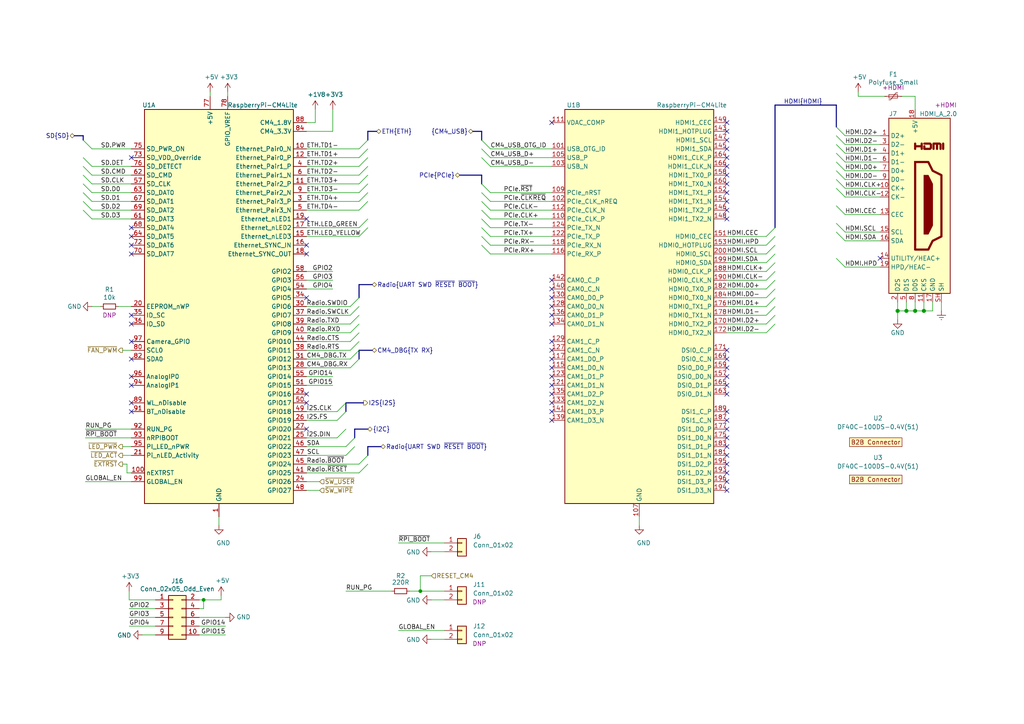
<source format=kicad_sch>
(kicad_sch (version 20210406) (generator eeschema)
  (paper "A4")
  (title_block (title "Compute Module 4") (date "2021-01-12") (rev "0.1") (company "Nabu Casa") (comment 1 "www.nabucasa.com") (comment 2 "Light Blue"))
  (bus_alias "PCIe" (members "~RST" "~CLKREQ" "CLK+" "CLK-" "TX+" "TX-" "RX+" "RX-"))
  (bus_alias "SD" (members "D[0..3]" "CMD" "CLK" "PWR" "DET"))
  (bus_alias "UART" (members "TXD" "RXD" "CTS" "RTS"))
  (bus_alias "HDMI" (members "D0+" "D0-" "D1+" "D1-" "D2+" "D2-" "CLK+" "CLK-" "CEC" "HPD" "SDA" "SCL"))
  (junction (at 59.055 173.99) (diameter 0.9144))
  (junction (at 121.92 171.45) (diameter 0.9144))
  (junction (at 260.35 90.17) (diameter 1.016))
  (junction (at 262.89 90.17) (diameter 1.016))
  (junction (at 265.43 90.17) (diameter 1.016))
  (junction (at 267.97 90.17) (diameter 1.016))
  (no_connect (at 38.1 45.72))
  (no_connect (at 38.1 66.04))
  (no_connect (at 38.1 68.58))
  (no_connect (at 38.1 71.12))
  (no_connect (at 38.1 73.66))
  (no_connect (at 38.1 91.44))
  (no_connect (at 38.1 93.98))
  (no_connect (at 38.1 99.06))
  (no_connect (at 38.1 104.14))
  (no_connect (at 38.1 109.22))
  (no_connect (at 38.1 111.76))
  (no_connect (at 38.1 116.84))
  (no_connect (at 38.1 119.38))
  (no_connect (at 88.9 63.5))
  (no_connect (at 88.9 71.12))
  (no_connect (at 88.9 73.66))
  (no_connect (at 88.9 86.36))
  (no_connect (at 88.9 114.3))
  (no_connect (at 88.9 116.84))
  (no_connect (at 88.9 124.46))
  (no_connect (at 160.02 35.56))
  (no_connect (at 160.02 81.28))
  (no_connect (at 160.02 83.82))
  (no_connect (at 160.02 86.36))
  (no_connect (at 160.02 88.9))
  (no_connect (at 160.02 91.44))
  (no_connect (at 160.02 93.98))
  (no_connect (at 160.02 99.06))
  (no_connect (at 160.02 101.6))
  (no_connect (at 160.02 104.14))
  (no_connect (at 160.02 106.68))
  (no_connect (at 160.02 109.22))
  (no_connect (at 160.02 111.76))
  (no_connect (at 160.02 114.3))
  (no_connect (at 160.02 116.84))
  (no_connect (at 160.02 119.38))
  (no_connect (at 160.02 121.92))
  (no_connect (at 210.82 35.56))
  (no_connect (at 210.82 38.1))
  (no_connect (at 210.82 40.64))
  (no_connect (at 210.82 43.18))
  (no_connect (at 210.82 45.72))
  (no_connect (at 210.82 48.26))
  (no_connect (at 210.82 50.8))
  (no_connect (at 210.82 53.34))
  (no_connect (at 210.82 55.88))
  (no_connect (at 210.82 58.42))
  (no_connect (at 210.82 60.96))
  (no_connect (at 210.82 63.5))
  (no_connect (at 210.82 101.6))
  (no_connect (at 210.82 104.14))
  (no_connect (at 210.82 106.68))
  (no_connect (at 210.82 109.22))
  (no_connect (at 210.82 111.76))
  (no_connect (at 210.82 114.3))
  (no_connect (at 210.82 119.38))
  (no_connect (at 210.82 121.92))
  (no_connect (at 210.82 124.46))
  (no_connect (at 210.82 127))
  (no_connect (at 210.82 129.54))
  (no_connect (at 210.82 132.08))
  (no_connect (at 210.82 134.62))
  (no_connect (at 210.82 137.16))
  (no_connect (at 210.82 139.7))
  (no_connect (at 210.82 142.24))
  (no_connect (at 255.27 74.93))
  (bus_entry (at 24.13 40.64) (size 2.54 2.54) (stroke (width 0.1524)))
  (bus_entry (at 24.13 45.72) (size 2.54 2.54) (stroke (width 0.1524)))
  (bus_entry (at 24.13 48.26) (size 2.54 2.54) (stroke (width 0.1524)))
  (bus_entry (at 24.13 50.8) (size 2.54 2.54) (stroke (width 0.1524)))
  (bus_entry (at 24.13 53.34) (size 2.54 2.54) (stroke (width 0.1524)))
  (bus_entry (at 24.13 55.88) (size 2.54 2.54) (stroke (width 0.1524)))
  (bus_entry (at 24.13 58.42) (size 2.54 2.54) (stroke (width 0.1524)))
  (bus_entry (at 24.13 60.96) (size 2.54 2.54) (stroke (width 0.1524)))
  (bus_entry (at 100.33 116.84) (size -2.54 2.54) (stroke (width 0.1524)))
  (bus_entry (at 100.33 119.38) (size -2.54 2.54) (stroke (width 0.1524)))
  (bus_entry (at 100.33 124.46) (size -2.54 2.54) (stroke (width 0.1524)))
  (bus_entry (at 102.87 127) (size -2.54 2.54) (stroke (width 0.1524)))
  (bus_entry (at 102.87 129.54) (size -2.54 2.54) (stroke (width 0.1524)))
  (bus_entry (at 104.14 43.18) (size 2.54 -2.54) (stroke (width 0.1524)))
  (bus_entry (at 104.14 45.72) (size 2.54 -2.54) (stroke (width 0.1524)))
  (bus_entry (at 104.14 48.26) (size 2.54 -2.54) (stroke (width 0.1524)))
  (bus_entry (at 104.14 50.8) (size 2.54 -2.54) (stroke (width 0.1524)))
  (bus_entry (at 104.14 53.34) (size 2.54 -2.54) (stroke (width 0.1524)))
  (bus_entry (at 104.14 55.88) (size 2.54 -2.54) (stroke (width 0.1524)))
  (bus_entry (at 104.14 58.42) (size 2.54 -2.54) (stroke (width 0.1524)))
  (bus_entry (at 104.14 60.96) (size 2.54 -2.54) (stroke (width 0.1524)))
  (bus_entry (at 104.14 66.04) (size 2.54 -2.54) (stroke (width 0.1524)))
  (bus_entry (at 104.14 68.58) (size 2.54 -2.54) (stroke (width 0.1524)))
  (bus_entry (at 104.14 86.36) (size -2.54 2.54) (stroke (width 0.1524)))
  (bus_entry (at 104.14 88.9) (size -2.54 2.54) (stroke (width 0.1524)))
  (bus_entry (at 104.14 91.44) (size -2.54 2.54) (stroke (width 0.1524)))
  (bus_entry (at 104.14 93.98) (size -2.54 2.54) (stroke (width 0.1524)))
  (bus_entry (at 104.14 96.52) (size -2.54 2.54) (stroke (width 0.1524)))
  (bus_entry (at 104.14 99.06) (size -2.54 2.54) (stroke (width 0.1524)))
  (bus_entry (at 104.14 101.6) (size -2.54 2.54) (stroke (width 0.1524)))
  (bus_entry (at 104.14 104.14) (size -2.54 2.54) (stroke (width 0.1524)))
  (bus_entry (at 106.68 132.08) (size -2.54 2.54) (stroke (width 0.1524)))
  (bus_entry (at 106.68 134.62) (size -2.54 2.54) (stroke (width 0.1524)))
  (bus_entry (at 139.7 40.64) (size 2.54 2.54) (stroke (width 0.1524)))
  (bus_entry (at 139.7 43.18) (size 2.54 2.54) (stroke (width 0.1524)))
  (bus_entry (at 139.7 45.72) (size 2.54 2.54) (stroke (width 0.1524)))
  (bus_entry (at 139.7 53.34) (size 2.54 2.54) (stroke (width 0.1524)))
  (bus_entry (at 139.7 55.88) (size 2.54 2.54) (stroke (width 0.1524)))
  (bus_entry (at 139.7 58.42) (size 2.54 2.54) (stroke (width 0.1524)))
  (bus_entry (at 139.7 60.96) (size 2.54 2.54) (stroke (width 0.1524)))
  (bus_entry (at 139.7 63.5) (size 2.54 2.54) (stroke (width 0.1524)))
  (bus_entry (at 139.7 66.04) (size 2.54 2.54) (stroke (width 0.1524)))
  (bus_entry (at 139.7 68.58) (size 2.54 2.54) (stroke (width 0.1524)))
  (bus_entry (at 139.7 71.12) (size 2.54 2.54) (stroke (width 0.1524)))
  (bus_entry (at 224.79 66.04) (size -2.54 2.54) (stroke (width 0.1524)))
  (bus_entry (at 224.79 68.58) (size -2.54 2.54) (stroke (width 0.1524)))
  (bus_entry (at 224.79 71.12) (size -2.54 2.54) (stroke (width 0.1524)))
  (bus_entry (at 224.79 73.66) (size -2.54 2.54) (stroke (width 0.1524)))
  (bus_entry (at 224.79 76.2) (size -2.54 2.54) (stroke (width 0.1524)))
  (bus_entry (at 224.79 78.74) (size -2.54 2.54) (stroke (width 0.1524)))
  (bus_entry (at 224.79 81.28) (size -2.54 2.54) (stroke (width 0.1524)))
  (bus_entry (at 224.79 83.82) (size -2.54 2.54) (stroke (width 0.1524)))
  (bus_entry (at 224.79 86.36) (size -2.54 2.54) (stroke (width 0.1524)))
  (bus_entry (at 224.79 88.9) (size -2.54 2.54) (stroke (width 0.1524)))
  (bus_entry (at 224.79 91.44) (size -2.54 2.54) (stroke (width 0.1524)))
  (bus_entry (at 224.79 93.98) (size -2.54 2.54) (stroke (width 0.1524)))
  (bus_entry (at 242.57 36.83) (size 2.54 2.54) (stroke (width 0.1524)))
  (bus_entry (at 242.57 39.37) (size 2.54 2.54) (stroke (width 0.1524)))
  (bus_entry (at 242.57 41.91) (size 2.54 2.54) (stroke (width 0.1524)))
  (bus_entry (at 242.57 44.45) (size 2.54 2.54) (stroke (width 0.1524)))
  (bus_entry (at 242.57 46.99) (size 2.54 2.54) (stroke (width 0.1524)))
  (bus_entry (at 242.57 49.53) (size 2.54 2.54) (stroke (width 0.1524)))
  (bus_entry (at 242.57 52.07) (size 2.54 2.54) (stroke (width 0.1524)))
  (bus_entry (at 242.57 54.61) (size 2.54 2.54) (stroke (width 0.1524)))
  (bus_entry (at 242.57 59.69) (size 2.54 2.54) (stroke (width 0.1524)))
  (bus_entry (at 242.57 64.77) (size 2.54 2.54) (stroke (width 0.1524)))
  (bus_entry (at 242.57 67.31) (size 2.54 2.54) (stroke (width 0.1524)))
  (bus_entry (at 242.57 74.93) (size 2.54 2.54) (stroke (width 0.1524)))
  (wire (pts (xy 24.765 124.46) (xy 38.1 124.46)))
  (wire (pts (xy 24.765 127) (xy 38.1 127)))
  (wire (pts (xy 24.765 139.7) (xy 38.1 139.7)))
  (wire (pts (xy 26.67 43.18) (xy 38.1 43.18)))
  (wire (pts (xy 26.67 48.26) (xy 38.1 48.26)))
  (wire (pts (xy 26.67 50.8) (xy 38.1 50.8)))
  (wire (pts (xy 26.67 53.34) (xy 38.1 53.34)))
  (wire (pts (xy 26.67 55.88) (xy 38.1 55.88)))
  (wire (pts (xy 26.67 58.42) (xy 38.1 58.42)))
  (wire (pts (xy 26.67 60.96) (xy 38.1 60.96)))
  (wire (pts (xy 26.67 63.5) (xy 38.1 63.5)))
  (wire (pts (xy 26.67 88.9) (xy 29.21 88.9)))
  (wire (pts (xy 34.29 88.9) (xy 38.1 88.9)))
  (wire (pts (xy 35.56 101.6) (xy 38.1 101.6)))
  (wire (pts (xy 35.56 129.54) (xy 38.1 129.54)))
  (wire (pts (xy 35.56 132.08) (xy 38.1 132.08)))
  (wire (pts (xy 36.83 134.62) (xy 35.56 134.62)))
  (wire (pts (xy 36.83 137.16) (xy 36.83 134.62)))
  (wire (pts (xy 37.465 173.99) (xy 37.465 171.45)))
  (wire (pts (xy 37.465 176.53) (xy 45.085 176.53)))
  (wire (pts (xy 37.465 179.07) (xy 45.085 179.07)))
  (wire (pts (xy 37.465 181.61) (xy 45.085 181.61)))
  (wire (pts (xy 38.1 137.16) (xy 36.83 137.16)))
  (wire (pts (xy 41.275 184.15) (xy 45.085 184.15)))
  (wire (pts (xy 45.085 173.99) (xy 37.465 173.99)))
  (wire (pts (xy 57.785 173.99) (xy 59.055 173.99)))
  (wire (pts (xy 57.785 176.53) (xy 59.055 176.53)))
  (wire (pts (xy 57.785 179.07) (xy 65.405 179.07)))
  (wire (pts (xy 57.785 181.61) (xy 65.405 181.61)))
  (wire (pts (xy 57.785 184.15) (xy 65.405 184.15)))
  (wire (pts (xy 59.055 173.99) (xy 64.135 173.99)))
  (wire (pts (xy 59.055 176.53) (xy 59.055 173.99)))
  (wire (pts (xy 60.96 26.67) (xy 60.96 27.94)))
  (wire (pts (xy 63.5 149.86) (xy 63.5 152.4)))
  (wire (pts (xy 64.135 173.99) (xy 64.135 172.72)))
  (wire (pts (xy 66.04 26.67) (xy 66.04 27.94)))
  (wire (pts (xy 88.9 35.56) (xy 91.44 35.56)))
  (wire (pts (xy 88.9 38.1) (xy 96.52 38.1)))
  (wire (pts (xy 88.9 43.18) (xy 104.14 43.18)))
  (wire (pts (xy 88.9 45.72) (xy 104.14 45.72)))
  (wire (pts (xy 88.9 48.26) (xy 104.14 48.26)))
  (wire (pts (xy 88.9 50.8) (xy 104.14 50.8)))
  (wire (pts (xy 88.9 53.34) (xy 104.14 53.34)))
  (wire (pts (xy 88.9 55.88) (xy 104.14 55.88)))
  (wire (pts (xy 88.9 58.42) (xy 104.14 58.42)))
  (wire (pts (xy 88.9 60.96) (xy 104.14 60.96)))
  (wire (pts (xy 88.9 66.04) (xy 104.14 66.04)))
  (wire (pts (xy 88.9 68.58) (xy 104.14 68.58)))
  (wire (pts (xy 88.9 88.9) (xy 101.6 88.9)))
  (wire (pts (xy 88.9 91.44) (xy 101.6 91.44)))
  (wire (pts (xy 88.9 93.98) (xy 101.6 93.98)))
  (wire (pts (xy 88.9 96.52) (xy 101.6 96.52)))
  (wire (pts (xy 88.9 99.06) (xy 101.6 99.06)))
  (wire (pts (xy 88.9 101.6) (xy 101.6 101.6)))
  (wire (pts (xy 88.9 104.14) (xy 101.6 104.14)))
  (wire (pts (xy 88.9 106.68) (xy 101.6 106.68)))
  (wire (pts (xy 88.9 109.22) (xy 96.52 109.22)))
  (wire (pts (xy 88.9 111.76) (xy 96.52 111.76)))
  (wire (pts (xy 88.9 119.38) (xy 97.79 119.38)))
  (wire (pts (xy 88.9 121.92) (xy 97.79 121.92)))
  (wire (pts (xy 88.9 127) (xy 97.79 127)))
  (wire (pts (xy 88.9 129.54) (xy 100.33 129.54)))
  (wire (pts (xy 88.9 132.08) (xy 100.33 132.08)))
  (wire (pts (xy 88.9 134.62) (xy 104.14 134.62)))
  (wire (pts (xy 88.9 137.16) (xy 104.14 137.16)))
  (wire (pts (xy 88.9 139.7) (xy 92.71 139.7)))
  (wire (pts (xy 88.9 142.24) (xy 92.71 142.24)))
  (wire (pts (xy 91.44 35.56) (xy 91.44 31.75)))
  (wire (pts (xy 96.52 38.1) (xy 96.52 31.75)))
  (wire (pts (xy 96.52 78.74) (xy 88.9 78.74)))
  (wire (pts (xy 96.52 81.28) (xy 88.9 81.28)))
  (wire (pts (xy 96.52 83.82) (xy 88.9 83.82)))
  (wire (pts (xy 100.33 171.45) (xy 113.665 171.45)))
  (wire (pts (xy 115.57 157.48) (xy 128.905 157.48)))
  (wire (pts (xy 115.57 182.88) (xy 128.905 182.88)))
  (wire (pts (xy 118.745 171.45) (xy 121.92 171.45)))
  (wire (pts (xy 121.92 167.005) (xy 121.92 171.45)))
  (wire (pts (xy 121.92 171.45) (xy 128.905 171.45)))
  (wire (pts (xy 125.095 160.02) (xy 128.905 160.02)))
  (wire (pts (xy 125.095 167.005) (xy 121.92 167.005)))
  (wire (pts (xy 125.095 173.99) (xy 128.905 173.99)))
  (wire (pts (xy 125.095 185.42) (xy 128.905 185.42)))
  (wire (pts (xy 142.24 43.18) (xy 160.02 43.18)))
  (wire (pts (xy 142.24 45.72) (xy 160.02 45.72)))
  (wire (pts (xy 142.24 48.26) (xy 160.02 48.26)))
  (wire (pts (xy 142.24 55.88) (xy 160.02 55.88)))
  (wire (pts (xy 142.24 58.42) (xy 160.02 58.42)))
  (wire (pts (xy 142.24 60.96) (xy 160.02 60.96)))
  (wire (pts (xy 142.24 63.5) (xy 160.02 63.5)))
  (wire (pts (xy 142.24 66.04) (xy 160.02 66.04)))
  (wire (pts (xy 142.24 68.58) (xy 160.02 68.58)))
  (wire (pts (xy 142.24 71.12) (xy 160.02 71.12)))
  (wire (pts (xy 142.24 73.66) (xy 160.02 73.66)))
  (wire (pts (xy 185.42 149.86) (xy 185.42 152.4)))
  (wire (pts (xy 210.82 68.58) (xy 222.25 68.58)))
  (wire (pts (xy 210.82 71.12) (xy 222.25 71.12)))
  (wire (pts (xy 210.82 73.66) (xy 222.25 73.66)))
  (wire (pts (xy 210.82 76.2) (xy 222.25 76.2)))
  (wire (pts (xy 210.82 78.74) (xy 222.25 78.74)))
  (wire (pts (xy 210.82 81.28) (xy 222.25 81.28)))
  (wire (pts (xy 210.82 83.82) (xy 222.25 83.82)))
  (wire (pts (xy 210.82 86.36) (xy 222.25 86.36)))
  (wire (pts (xy 210.82 88.9) (xy 222.25 88.9)))
  (wire (pts (xy 210.82 91.44) (xy 222.25 91.44)))
  (wire (pts (xy 210.82 93.98) (xy 222.25 93.98)))
  (wire (pts (xy 210.82 96.52) (xy 222.25 96.52)))
  (wire (pts (xy 245.11 39.37) (xy 255.27 39.37)))
  (wire (pts (xy 245.11 41.91) (xy 255.27 41.91)))
  (wire (pts (xy 245.11 44.45) (xy 255.27 44.45)))
  (wire (pts (xy 245.11 46.99) (xy 255.27 46.99)))
  (wire (pts (xy 245.11 49.53) (xy 255.27 49.53)))
  (wire (pts (xy 245.11 52.07) (xy 255.27 52.07)))
  (wire (pts (xy 245.11 54.61) (xy 255.27 54.61)))
  (wire (pts (xy 245.11 57.15) (xy 255.27 57.15)))
  (wire (pts (xy 245.11 62.23) (xy 255.27 62.23)))
  (wire (pts (xy 245.11 67.31) (xy 255.27 67.31)))
  (wire (pts (xy 245.11 69.85) (xy 255.27 69.85)))
  (wire (pts (xy 245.11 77.47) (xy 255.27 77.47)))
  (wire (pts (xy 248.92 27.94) (xy 248.92 26.67)))
  (wire (pts (xy 256.54 27.94) (xy 248.92 27.94)))
  (wire (pts (xy 260.35 87.63) (xy 260.35 90.17)))
  (wire (pts (xy 260.35 90.17) (xy 260.35 92.71)))
  (wire (pts (xy 260.35 90.17) (xy 262.89 90.17)))
  (wire (pts (xy 262.89 90.17) (xy 262.89 87.63)))
  (wire (pts (xy 262.89 90.17) (xy 265.43 90.17)))
  (wire (pts (xy 265.43 27.94) (xy 261.62 27.94)))
  (wire (pts (xy 265.43 31.75) (xy 265.43 27.94)))
  (wire (pts (xy 265.43 90.17) (xy 265.43 87.63)))
  (wire (pts (xy 265.43 90.17) (xy 267.97 90.17)))
  (wire (pts (xy 267.97 90.17) (xy 267.97 87.63)))
  (wire (pts (xy 267.97 90.17) (xy 270.51 90.17)))
  (wire (pts (xy 270.51 90.17) (xy 270.51 87.63)))
  (wire (pts (xy 273.05 90.17) (xy 273.05 87.63)))
  (bus (pts (xy 21.59 39.37) (xy 24.13 39.37)))
  (bus (pts (xy 24.13 39.37) (xy 24.13 60.96)))
  (bus (pts (xy 100.33 116.84) (xy 100.33 124.46)))
  (bus (pts (xy 102.87 124.46) (xy 102.87 129.54)))
  (bus (pts (xy 104.14 82.55) (xy 104.14 99.06)))
  (bus (pts (xy 104.14 101.6) (xy 107.95 101.6)))
  (bus (pts (xy 104.14 104.14) (xy 104.14 101.6)))
  (bus (pts (xy 105.41 116.84) (xy 100.33 116.84)))
  (bus (pts (xy 106.68 38.1) (xy 106.68 66.04)))
  (bus (pts (xy 106.68 38.1) (xy 109.22 38.1)))
  (bus (pts (xy 106.68 124.46) (xy 102.87 124.46)))
  (bus (pts (xy 106.68 129.54) (xy 106.68 134.62)))
  (bus (pts (xy 107.95 82.55) (xy 104.14 82.55)))
  (bus (pts (xy 110.49 129.54) (xy 106.68 129.54)))
  (bus (pts (xy 133.35 50.8) (xy 139.7 50.8)))
  (bus (pts (xy 137.16 38.1) (xy 139.7 38.1)))
  (bus (pts (xy 139.7 38.1) (xy 139.7 45.72)))
  (bus (pts (xy 139.7 50.8) (xy 139.7 71.12)))
  (bus (pts (xy 224.79 30.48) (xy 224.79 93.98)))
  (bus (pts (xy 242.57 30.48) (xy 224.79 30.48)))
  (bus (pts (xy 242.57 30.48) (xy 242.57 74.93)))
  (label "RUN_PG" (at 24.765 124.46 0))
  (label "~RPI_BOOT" (at 24.765 127 0))
  (label "GLOBAL_EN" (at 24.765 139.7 0))
  (label "SD.PWR" (at 29.21 43.18 0))
  (label "SD.DET" (at 29.21 48.26 0))
  (label "SD.CMD" (at 29.21 50.8 0))
  (label "SD.CLK" (at 29.21 53.34 0))
  (label "SD.D0" (at 29.21 55.88 0))
  (label "SD.D1" (at 29.21 58.42 0))
  (label "SD.D2" (at 29.21 60.96 0))
  (label "SD.D3" (at 29.21 63.5 0))
  (label "GPIO2" (at 37.465 176.53 0))
  (label "GPIO3" (at 37.465 179.07 0))
  (label "GPIO4" (at 37.465 181.61 0))
  (label "GPIO14" (at 65.405 181.61 180))
  (label "GPIO15" (at 65.405 184.15 180))
  (label "ETH.TD1-" (at 88.9 43.18 0))
  (label "ETH.TD1+" (at 88.9 45.72 0))
  (label "ETH.TD2+" (at 88.9 48.26 0))
  (label "ETH.TD2-" (at 88.9 50.8 0))
  (label "ETH.TD3+" (at 88.9 53.34 0))
  (label "ETH.TD3-" (at 88.9 55.88 0))
  (label "ETH.TD4+" (at 88.9 58.42 0))
  (label "ETH.TD4-" (at 88.9 60.96 0))
  (label "ETH.LED_GREEN" (at 88.9 66.04 0))
  (label "ETH.LED_YELLOW" (at 88.9 68.58 0))
  (label "Radio.SWDIO" (at 88.9 88.9 0))
  (label "Radio.SWCLK" (at 88.9 91.44 0))
  (label "Radio.TXD" (at 88.9 93.98 0))
  (label "Radio.RXD" (at 88.9 96.52 0))
  (label "Radio.CTS" (at 88.9 99.06 0))
  (label "Radio.RTS" (at 88.9 101.6 0))
  (label "CM4_DBG.TX" (at 88.9 104.14 0))
  (label "CM4_DBG.RX" (at 88.9 106.68 0))
  (label "I2S.CLK" (at 88.9 119.38 0))
  (label "I2S.FS" (at 88.9 121.92 0))
  (label "I2S.DIN" (at 88.9 127 0))
  (label "Radio.~BOOT" (at 88.9 134.62 0))
  (label "Radio.~RESET" (at 88.9 137.16 0))
  (label "SDA" (at 92.71 129.54 180))
  (label "SCL" (at 92.71 132.08 180))
  (label "GPIO2" (at 96.52 78.74 180))
  (label "GPIO3" (at 96.52 81.28 180))
  (label "GPIO4" (at 96.52 83.82 180))
  (label "GPIO14" (at 96.52 109.22 180))
  (label "GPIO15" (at 96.52 111.76 180))
  (label "RUN_PG" (at 100.33 171.45 0))
  (label "~RPI_BOOT" (at 115.57 157.48 0))
  (label "GLOBAL_EN" (at 115.57 182.88 0))
  (label "CM4_USB_OTG_ID" (at 142.24 43.18 0))
  (label "CM4_USB_D+" (at 142.24 45.72 0))
  (label "CM4_USB_D-" (at 142.24 48.26 0))
  (label "PCIe.~RST" (at 146.05 55.88 0))
  (label "PCIe.~CLKREQ" (at 146.05 58.42 0))
  (label "PCIe.CLK-" (at 146.05 60.96 0))
  (label "PCIe.CLK+" (at 146.05 63.5 0))
  (label "PCIe.TX-" (at 146.05 66.04 0))
  (label "PCIe.TX+" (at 146.05 68.58 0))
  (label "PCIe.RX-" (at 146.05 71.12 0))
  (label "PCIe.RX+" (at 146.05 73.66 0))
  (label "HDMI.CEC" (at 210.82 68.58 0))
  (label "HDMI.HPD" (at 210.82 71.12 0))
  (label "HDMI.SCL" (at 210.82 73.66 0))
  (label "HDMI.SDA" (at 210.82 76.2 0))
  (label "HDMI.CLK+" (at 210.82 78.74 0))
  (label "HDMI.CLK-" (at 210.82 81.28 0))
  (label "HDMI.D0+" (at 210.82 83.82 0))
  (label "HDMI.D0-" (at 210.82 86.36 0))
  (label "HDMI.D1+" (at 210.82 88.9 0))
  (label "HDMI.D1-" (at 210.82 91.44 0))
  (label "HDMI.D2+" (at 210.82 93.98 0))
  (label "HDMI.D2-" (at 210.82 96.52 0))
  (label "HDMI{HDMI}" (at 227.33 30.48 0))
  (label "HDMI.D2+" (at 245.11 39.37 0))
  (label "HDMI.D2-" (at 245.11 41.91 0))
  (label "HDMI.D1+" (at 245.11 44.45 0))
  (label "HDMI.D1-" (at 245.11 46.99 0))
  (label "HDMI.D0+" (at 245.11 49.53 0))
  (label "HDMI.D0-" (at 245.11 52.07 0))
  (label "HDMI.CLK+" (at 245.11 54.61 0))
  (label "HDMI.CLK-" (at 245.11 57.15 0))
  (label "HDMI.CEC" (at 245.11 62.23 0))
  (label "HDMI.SCL" (at 245.11 67.31 0))
  (label "HDMI.SDA" (at 245.11 69.85 0))
  (label "HDMI.HPD" (at 245.11 77.47 0))
  (hierarchical_label "SD{SD}" (shape bidirectional) (at 21.59 39.37 180))
  (hierarchical_label "~FAN_PWM" (shape output) (at 35.56 101.6 180))
  (hierarchical_label "~LED_PWR" (shape output) (at 35.56 129.54 180))
  (hierarchical_label "~LED_ACT" (shape output) (at 35.56 132.08 180))
  (hierarchical_label "~EXTRST" (shape output) (at 35.56 134.62 180))
  (hierarchical_label "~SW_USER" (shape input) (at 92.71 139.7 0))
  (hierarchical_label "~SW_WIPE" (shape input) (at 92.71 142.24 0))
  (hierarchical_label "I2S{I2S}" (shape output) (at 105.41 116.84 0))
  (hierarchical_label "{I2C}" (shape bidirectional) (at 106.68 124.46 0))
  (hierarchical_label "Radio{UART SWD ~RESET ~BOOT}" (shape bidirectional) (at 107.95 82.55 0))
  (hierarchical_label "CM4_DBG{TX RX}" (shape bidirectional) (at 107.95 101.6 0))
  (hierarchical_label "ETH{ETH}" (shape bidirectional) (at 109.22 38.1 0))
  (hierarchical_label "Radio{UART SWD ~RESET ~BOOT}" (shape bidirectional) (at 110.49 129.54 0))
  (hierarchical_label "RESET_CM4" (shape input) (at 125.095 167.005 0))
  (hierarchical_label "PCIe{PCIe}" (shape bidirectional) (at 133.35 50.8 180))
  (hierarchical_label "{CM4_USB}" (shape bidirectional) (at 137.16 38.1 180))
  (symbol (lib_id "power:+3V3") (at 37.465 171.45 0) (unit 1)
    (property "Reference" "#PWR02" (effects hide))
    (property "Value" "+3V3" (at 37.8333 167.1256 0))
  )
  (symbol (lib_id "power:+5V") (at 60.96 26.67 0) (unit 1)
    (property "Reference" "#PWR04" (effects hide))
    (property "Value" "+5V" (at 61.3283 22.3456 0))
  )
  (symbol (lib_id "power:+5V") (at 64.135 172.72 0) (unit 1)
    (property "Reference" "#PWR06" (effects hide))
    (property "Value" "+5V" (at 64.5033 168.3956 0))
  )
  (symbol (lib_id "power:+3V3") (at 66.04 26.67 0) (unit 1)
    (property "Reference" "#PWR08" (effects hide))
    (property "Value" "+3V3" (at 66.4083 22.3456 0))
  )
  (symbol (lib_id "power:+1V8") (at 91.44 31.75 0) (unit 1)
    (property "Reference" "#PWR09" (effects hide))
    (property "Value" "+1V8" (at 91.8083 27.4256 0))
  )
  (symbol (lib_id "power:+3V3") (at 96.52 31.75 0) (unit 1)
    (property "Reference" "#PWR010" (effects hide))
    (property "Value" "+3V3" (at 96.8883 27.4256 0))
  )
  (symbol (lib_id "power:+5V") (at 248.92 26.67 0) (unit 1)
    (property "Reference" "#PWR015" (effects hide))
    (property "Value" "+5V" (at 249.2883 22.3456 0))
  )
  (symbol (lib_id "power:GND") (at 26.67 88.9 270) (unit 1)
    (property "Reference" "#PWR01" (effects hide))
    (property "Value" "GND" (at 21.59 88.9 90))
  )
  (symbol (lib_id "power:GND") (at 41.275 184.15 270) (unit 1)
    (property "Reference" "#PWR03" (effects hide))
    (property "Value" "GND" (at 38.1 184.2643 90) (effects (justify right)))
  )
  (symbol (lib_id "power:GND") (at 63.5 152.4 0) (unit 1)
    (property "Reference" "#PWR05" (effects hide))
    (property "Value" "GND" (at 64.77 157.48 0))
  )
  (symbol (lib_id "power:GND") (at 65.405 179.07 90) (unit 1)
    (property "Reference" "#PWR07" (effects hide))
    (property "Value" "GND" (at 68.5801 178.9557 90) (effects (justify right)))
  )
  (symbol (lib_id "power:GND") (at 125.095 160.02 270) (unit 1)
    (property "Reference" "#PWR011" (effects hide))
    (property "Value" "GND" (at 121.92 160.1343 90) (effects (justify right)))
  )
  (symbol (lib_id "power:GND") (at 125.095 173.99 270) (unit 1)
    (property "Reference" "#PWR012" (effects hide))
    (property "Value" "GND" (at 121.92 174.1043 90) (effects (justify right)))
  )
  (symbol (lib_id "power:GND") (at 125.095 185.42 270) (unit 1)
    (property "Reference" "#PWR013" (effects hide))
    (property "Value" "GND" (at 121.92 185.5343 90) (effects (justify right)))
  )
  (symbol (lib_id "power:GND") (at 185.42 152.4 0) (unit 1)
    (property "Reference" "#PWR014" (effects hide))
    (property "Value" "GND" (at 186.69 157.48 0))
  )
  (symbol (lib_id "power:GND") (at 260.35 92.71 0) (unit 1)
    (property "Reference" "#PWR016" (effects hide))
    (property "Value" "GND" (at 260.35 96.52 0))
  )
  (symbol (lib_id "power:Earth") (at 273.05 90.17 0) (unit 1)
    (property "Reference" "#PWR017" (effects hide))
    (property "Value" "Earth" (effects hide))
  )
  (symbol (lib_id "Device:R_Small") (at 31.75 88.9 90) (unit 1)
    (property "Reference" "R1" (at 31.75 83.9532 90))
    (property "Value" "10k" (at 31.75 86.252 90))
    (property "Footprint" "Resistor_SMD:R_0402_1005Metric" (effects hide))
    (property "Config" "DNP" (at 31.75 91.44 90))
  )
  (symbol (lib_id "Device:R_Small") (at 116.205 171.45 90) (unit 1)
    (property "Reference" "R2" (at 116.205 167.005 90))
    (property "Value" "220R" (at 116.205 168.91 90))
    (property "Footprint" "Resistor_SMD:R_0402_1005Metric" (effects hide))
  )
  (symbol (lib_id "Device:Polyfuse_Small") (at 259.08 27.94 90) (unit 1)
    (property "Reference" "F1" (at 259.08 21.5708 90))
    (property "Value" "Polyfuse_Small" (at 259.08 23.8695 90))
    (property "Footprint" "Fuse:Fuse_1206_3216Metric" (effects hide))
    (property "Config" "+HDMI" (at 259.08 25.4 90))
    (property "Manufacturer" "Bel Fuse" (effects hide))
    (property "PartNumber" "0ZCJ0010FF2E" (effects hide))
  )
  (symbol (lib_id "Connector_Generic:Conn_01x02") (at 133.985 157.48 0) (unit 1)
    (property "Reference" "J6" (at 137.16 155.5749 0) (effects (justify left)))
    (property "Value" "Conn_01x02" (at 137.16 158.1149 0) (effects (justify left)))
    (property "Footprint" "Connector_PinHeader_2.54mm:PinHeader_1x02_P2.54mm_Vertical" (effects hide))
    (property "Manufacturer" "Adam Tech" (effects hide))
    (property "PartNumber" "PH1-02-UA" (effects hide))
  )
  (symbol (lib_id "Connector_Generic:Conn_01x02") (at 133.985 171.45 0) (unit 1)
    (property "Reference" "J11" (at 137.16 169.5449 0) (effects (justify left)))
    (property "Value" "Conn_01x02" (at 137.16 172.0849 0) (effects (justify left)))
    (property "Footprint" "Connector_PinHeader_2.54mm:PinHeader_1x02_P2.54mm_Vertical" (effects hide))
    (property "Config" "DNP" (at 139.065 174.625 0))
    (property "Manufacturer" "Adam Tech" (effects hide))
    (property "PartNumber" "PH1-02-UA" (effects hide))
  )
  (symbol (lib_id "Connector_Generic:Conn_01x02") (at 133.985 182.88 0) (unit 1)
    (property "Reference" "J12" (at 137.16 181.6099 0) (effects (justify left)))
    (property "Value" "Conn_01x02" (at 137.16 184.1499 0) (effects (justify left)))
    (property "Footprint" "Connector_PinHeader_2.54mm:PinHeader_1x02_P2.54mm_Vertical" (effects hide))
    (property "Config" "DNP" (at 139.065 186.69 0))
    (property "Manufacturer" "Adam Tech" (effects hide))
    (property "PartNumber" "PH1-02-UA" (effects hide))
  )
  (symbol (lib_id "LightBlue:DF40C-100DS-0.4V(51)") (at 254 128.27 0) (unit 1) (on_board no)
    (property "Reference" "U2" (at 254.635 121.285 0))
    (property "Value" "DF40C-100DS-0.4V(51)" (at 254.635 123.825 0))
    (property "Datasheet" "https://www.hirose.com/product/download/?distributor=digikey&type=specSheet&lang=en&num=DF40C-100DS-0.4V(51)" (effects hide))
    (property "Manufacturer" "Hirose Electric" (effects hide))
    (property "PartNumber" "DF40C-100DS-0.4V(51)" (effects hide))
  )
  (symbol (lib_id "LightBlue:DF40C-100DS-0.4V(51)") (at 254 139.065 0) (unit 1) (on_board no)
    (property "Reference" "U3" (at 254.635 132.715 0))
    (property "Value" "DF40C-100DS-0.4V(51)" (at 254.635 135.255 0))
    (property "Datasheet" "https://www.hirose.com/product/download/?distributor=digikey&type=specSheet&lang=en&num=DF40C-100DS-0.4V(51)" (effects hide))
    (property "Manufacturer" "Hirose Electric" (effects hide))
    (property "PartNumber" "DF40C-100DS-0.4V(51)" (effects hide))
  )
  (symbol (lib_id "Connector_Generic:Conn_02x05_Odd_Even") (at 50.165 179.07 0) (unit 1)
    (property "Reference" "J16" (at 51.435 168.5098 0))
    (property "Value" "Conn_02x05_Odd_Even" (at 51.435 170.8085 0))
    (property "Footprint" "Connector_PinHeader_2.54mm:PinHeader_2x05_P2.54mm_Vertical" (effects hide))
    (property "Manufacturer" "Adam Tech" (effects hide))
    (property "PartNumber" "PH2-10-UA" (effects hide))
  )
  (symbol (lib_id "Connector:HDMI_A_1.4") (at 265.43 59.69 0) (unit 1)
    (property "Reference" "J7" (at 257.81 33.02 0) (effects (justify left)))
    (property "Value" "HDMI_A_2.0" (at 266.7 33.02 0) (effects (justify left)))
    (property "Footprint" "Connector_HDMI:HDMI_Micro-D_Molex_46765-1x01" (effects hide))
    (property "Datasheet" "https://en.wikipedia.org/wiki/HDMI" (effects hide))
    (property "Config" "+HDMI" (at 274.32 30.48 0))
    (property "Manufacturer" "Molex" (effects hide))
    (property "PartNumber" "0467651301" (effects hide))
  )
  (symbol (lib_name "LightBlue:RaspberryPi-CM4Lite_1") (lib_id "LightBlue:RaspberryPi-CM4Lite") (at 185.42 88.9 0) (unit 2)
    (property "Reference" "U1" (at 166.37 30.48 0))
    (property "Value" "RaspberryPi-CM4Lite" (at 200.66 30.48 0))
    (property "Footprint" "LightBlue:RaspberryPi-CM4" (effects hide))
    (property "Manufacturer" "Raspberry Pi Foundation" (effects hide))
    (property "PartNumber" "CM4002016" (effects hide))
  )
  (symbol (lib_id "LightBlue:RaspberryPi-CM4Lite") (at 63.5 88.9 0) (unit 1)
    (property "Reference" "U1" (at 43.18 30.48 0))
    (property "Value" "RaspberryPi-CM4Lite" (at 76.2 30.48 0))
    (property "Footprint" "LightBlue:RaspberryPi-CM4" (effects hide))
    (property "Datasheet" "https://datasheets.raspberrypi.org/cm4/cm4-datasheet.pdf" (effects hide))
    (property "Manufacturer" "Raspberry Pi Foundation" (effects hide))
    (property "PartNumber" "CM4002016" (effects hide))
    (pin "76" (alternate "SD_DETECT"))
  )
)
</source>
